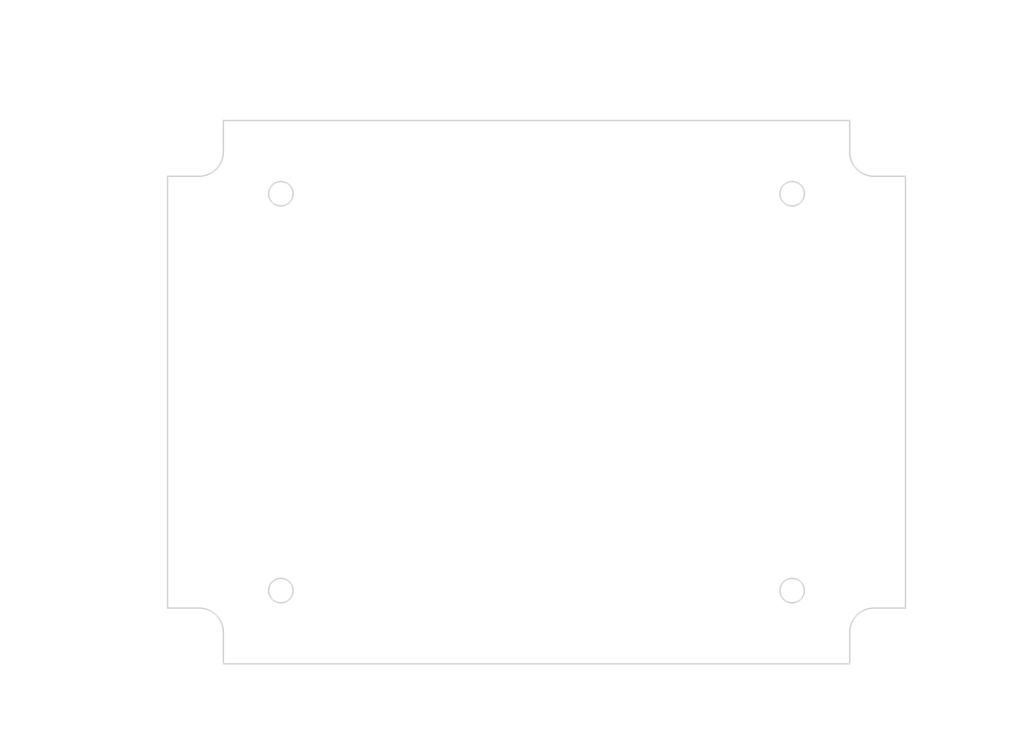
<source format=kicad_pcb>
(kicad_pcb (version 20171130) (host pcbnew "(5.1.0)-1")

  (general
    (thickness 1.6)
    (drawings 64)
    (tracks 0)
    (zones 0)
    (modules 0)
    (nets 1)
  )

  (page A4)
  (layers
    (0 F.Cu signal)
    (31 B.Cu signal)
    (32 B.Adhes user)
    (33 F.Adhes user)
    (34 B.Paste user)
    (35 F.Paste user)
    (36 B.SilkS user)
    (37 F.SilkS user)
    (38 B.Mask user)
    (39 F.Mask user)
    (40 Dwgs.User user)
    (41 Cmts.User user)
    (42 Eco1.User user)
    (43 Eco2.User user)
    (44 Edge.Cuts user)
    (45 Margin user)
    (46 B.CrtYd user)
    (47 F.CrtYd user)
    (48 B.Fab user)
    (49 F.Fab user)
  )

  (setup
    (last_trace_width 0.25)
    (trace_clearance 0.2)
    (zone_clearance 0.508)
    (zone_45_only no)
    (trace_min 0.2)
    (via_size 0.8)
    (via_drill 0.4)
    (via_min_size 0.4)
    (via_min_drill 0.3)
    (uvia_size 0.3)
    (uvia_drill 0.1)
    (uvias_allowed no)
    (uvia_min_size 0.2)
    (uvia_min_drill 0.1)
    (edge_width 0.05)
    (segment_width 0.2)
    (pcb_text_width 0.3)
    (pcb_text_size 1.5 1.5)
    (mod_edge_width 0.12)
    (mod_text_size 1 1)
    (mod_text_width 0.15)
    (pad_size 1.524 1.524)
    (pad_drill 0.762)
    (pad_to_mask_clearance 0.051)
    (solder_mask_min_width 0.25)
    (aux_axis_origin 0 0)
    (visible_elements FFFFFF7F)
    (pcbplotparams
      (layerselection 0x010fc_ffffffff)
      (usegerberextensions false)
      (usegerberattributes false)
      (usegerberadvancedattributes false)
      (creategerberjobfile false)
      (excludeedgelayer true)
      (linewidth 0.152400)
      (plotframeref false)
      (viasonmask false)
      (mode 1)
      (useauxorigin false)
      (hpglpennumber 1)
      (hpglpenspeed 20)
      (hpglpendiameter 15.000000)
      (psnegative false)
      (psa4output false)
      (plotreference true)
      (plotvalue true)
      (plotinvisibletext false)
      (padsonsilk false)
      (subtractmaskfromsilk false)
      (outputformat 1)
      (mirror false)
      (drillshape 1)
      (scaleselection 1)
      (outputdirectory ""))
  )

  (net 0 "")

  (net_class Default "This is the default net class."
    (clearance 0.2)
    (trace_width 0.25)
    (via_dia 0.8)
    (via_drill 0.4)
    (uvia_dia 0.3)
    (uvia_drill 0.1)
  )

  (gr_line (start 98.167002 68.469811) (end 102.661532 68.469811) (layer Edge.Cuts) (width 0.2))
  (gr_line (start 98.167002 130.372151) (end 98.167002 68.469811) (layer Edge.Cuts) (width 0.2))
  (gr_line (start 102.661532 130.372151) (end 98.167002 130.372151) (layer Edge.Cuts) (width 0.2))
  (gr_arc (start 102.661532 133.877351) (end 106.166732 133.877351) (angle -90) (layer Edge.Cuts) (width 0.2))
  (gr_line (start 106.166732 138.371881) (end 106.166732 133.877351) (layer Edge.Cuts) (width 0.2))
  (gr_line (start 195.958272 138.371881) (end 106.166732 138.371881) (layer Edge.Cuts) (width 0.2))
  (gr_line (start 195.958272 133.877351) (end 195.958272 138.371881) (layer Edge.Cuts) (width 0.2))
  (gr_arc (start 199.463472 133.877351) (end 199.463472 130.372151) (angle -90) (layer Edge.Cuts) (width 0.2))
  (gr_line (start 203.958002 130.372151) (end 199.463472 130.372151) (layer Edge.Cuts) (width 0.2))
  (gr_line (start 203.958002 68.469811) (end 203.958002 130.372151) (layer Edge.Cuts) (width 0.2))
  (gr_line (start 199.463472 68.469811) (end 203.958002 68.469811) (layer Edge.Cuts) (width 0.2))
  (gr_arc (start 199.463472 64.964611) (end 195.958272 64.964611) (angle -90) (layer Edge.Cuts) (width 0.2))
  (gr_line (start 195.958272 60.470081) (end 195.958272 64.964611) (layer Edge.Cuts) (width 0.2))
  (gr_line (start 106.166732 60.470081) (end 195.958272 60.470081) (layer Edge.Cuts) (width 0.2))
  (gr_line (start 106.166732 64.964611) (end 106.166732 60.470081) (layer Edge.Cuts) (width 0.2))
  (gr_arc (start 102.661532 64.964611) (end 102.661532 68.469811) (angle -90) (layer Edge.Cuts) (width 0.2))
  (gr_circle (center 114.410302 70.972981) (end 116.162902 70.972981) (layer Edge.Cuts) (width 0.2))
  (gr_circle (center 187.714702 70.972981) (end 189.467302 70.972981) (layer Edge.Cuts) (width 0.2))
  (gr_circle (center 187.714702 127.868981) (end 189.467302 127.868981) (layer Edge.Cuts) (width 0.2))
  (gr_circle (center 114.410302 127.868981) (end 116.162902 127.868981) (layer Edge.Cuts) (width 0.2))
  (gr_line (start 114.410302 71.062981) (end 114.410302 70.882981) (layer Dwgs.User) (width 0.2))
  (gr_line (start 114.320302 70.972981) (end 114.500302 70.972981) (layer Dwgs.User) (width 0.2))
  (gr_text " ∅3.51\n[∅0.14]" (at 127.3096 77.83839) (layer Dwgs.User)
    (effects (font (size 1.7 1.53) (thickness 0.2125)))
  )
  (gr_line (start 120.77273 77.83839) (end 116.96105 73.725378) (layer Dwgs.User) (width 0.2))
  (gr_line (start 122.77273 77.83839) (end 120.77273 77.83839) (layer Dwgs.User) (width 0.2))
  (gr_text [2.89] (at 164.70295 148.052687) (layer Dwgs.User)
    (effects (font (size 1.7 1.53) (thickness 0.2125)))
  )
  (gr_text " 73.30" (at 164.70295 144.494672) (layer Dwgs.User)
    (effects (font (size 1.7 1.53) (thickness 0.2125)))
  )
  (gr_line (start 116.410302 146.163226) (end 160.658338 146.163226) (layer Dwgs.User) (width 0.2))
  (gr_line (start 185.714702 146.163226) (end 168.747561 146.163226) (layer Dwgs.User) (width 0.2))
  (gr_line (start 114.410302 128.868981) (end 114.410302 149.338226) (layer Dwgs.User) (width 0.2))
  (gr_line (start 187.714702 128.868981) (end 187.714702 149.338226) (layer Dwgs.User) (width 0.2))
  (gr_text [2.24] (at 216.938741 101.310442) (layer Dwgs.User)
    (effects (font (size 1.7 1.53) (thickness 0.2125)))
  )
  (gr_text " 56.90" (at 216.938741 97.753006) (layer Dwgs.User)
    (effects (font (size 1.7 1.53) (thickness 0.2125)))
  )
  (gr_line (start 216.938741 72.972981) (end 216.938741 95.863545) (layer Dwgs.User) (width 0.2))
  (gr_line (start 216.938741 125.868981) (end 216.938741 102.978416) (layer Dwgs.User) (width 0.2))
  (gr_line (start 188.714702 70.972981) (end 220.113741 70.972981) (layer Dwgs.User) (width 0.2))
  (gr_line (start 188.714702 127.868981) (end 220.113741 127.868981) (layer Dwgs.User) (width 0.2))
  (gr_text [R0.14] (at 172.552558 70.693654) (layer Dwgs.User)
    (effects (font (size 1.7 1.53) (thickness 0.2125)))
  )
  (gr_text " R3.51" (at 172.552558 67.135639) (layer Dwgs.User)
    (effects (font (size 1.7 1.53) (thickness 0.2125)))
  )
  (gr_line (start 177.023329 68.804193) (end 194.037131 65.893075) (layer Dwgs.User) (width 0.2))
  (gr_text [3.54] (at 157.928384 56.11939) (layer Dwgs.User)
    (effects (font (size 1.7 1.53) (thickness 0.2125)))
  )
  (gr_text " 89.79" (at 157.928384 52.561955) (layer Dwgs.User)
    (effects (font (size 1.7 1.53) (thickness 0.2125)))
  )
  (gr_line (start 108.166732 54.229929) (end 153.879134 54.229929) (layer Dwgs.User) (width 0.2))
  (gr_line (start 193.958272 54.229929) (end 161.977633 54.229929) (layer Dwgs.User) (width 0.2))
  (gr_line (start 106.166732 59.470081) (end 106.166732 51.054929) (layer Dwgs.User) (width 0.2))
  (gr_line (start 195.958272 59.470081) (end 195.958272 51.054929) (layer Dwgs.User) (width 0.2))
  (gr_text [2.44] (at 91.517652 98.75802) (layer Dwgs.User)
    (effects (font (size 1.7 1.53) (thickness 0.2125)))
  )
  (gr_text " 61.90" (at 91.517652 95.200585) (layer Dwgs.User)
    (effects (font (size 1.7 1.53) (thickness 0.2125)))
  )
  (gr_line (start 91.517652 70.469811) (end 91.517652 93.311124) (layer Dwgs.User) (width 0.2))
  (gr_line (start 91.517652 128.372151) (end 91.517652 100.425994) (layer Dwgs.User) (width 0.2))
  (gr_line (start 97.167002 68.469811) (end 88.342652 68.469811) (layer Dwgs.User) (width 0.2))
  (gr_line (start 97.167002 130.372151) (end 88.342652 130.372151) (layer Dwgs.User) (width 0.2))
  (gr_text [4.17] (at 145.687974 48.359272) (layer Dwgs.User)
    (effects (font (size 1.7 1.53) (thickness 0.2125)))
  )
  (gr_text " 105.79" (at 145.687974 44.801836) (layer Dwgs.User)
    (effects (font (size 1.7 1.53) (thickness 0.2125)))
  )
  (gr_line (start 100.167002 46.469811) (end 140.978322 46.469811) (layer Dwgs.User) (width 0.2))
  (gr_line (start 201.958002 46.469811) (end 150.397627 46.469811) (layer Dwgs.User) (width 0.2))
  (gr_line (start 98.167002 67.469811) (end 98.167002 43.294811) (layer Dwgs.User) (width 0.2))
  (gr_line (start 203.958002 67.469811) (end 203.958002 43.294811) (layer Dwgs.User) (width 0.2))
  (gr_text [3.07] (at 78.166732 98.57567) (layer Dwgs.User)
    (effects (font (size 1.7 1.53) (thickness 0.2125)))
  )
  (gr_text " 77.90" (at 78.166732 95.018234) (layer Dwgs.User)
    (effects (font (size 1.7 1.53) (thickness 0.2125)))
  )
  (gr_line (start 78.166732 62.470081) (end 78.166732 93.128773) (layer Dwgs.User) (width 0.2))
  (gr_line (start 78.166732 136.371881) (end 78.166732 100.243644) (layer Dwgs.User) (width 0.2))
  (gr_line (start 105.166732 60.470081) (end 74.991732 60.470081) (layer Dwgs.User) (width 0.2))
  (gr_line (start 105.166732 138.371881) (end 74.991732 138.371881) (layer Dwgs.User) (width 0.2))

)

</source>
